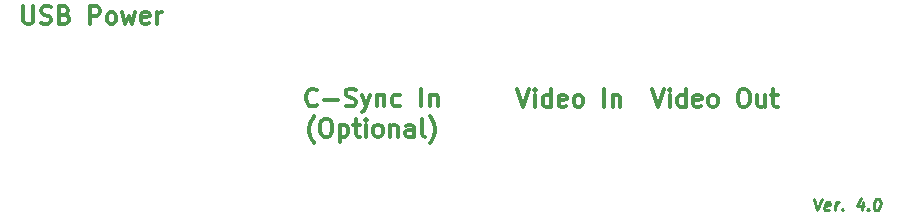
<source format=gbr>
G04 #@! TF.FileFunction,Legend,Top*
%FSLAX46Y46*%
G04 Gerber Fmt 4.6, Leading zero omitted, Abs format (unit mm)*
G04 Created by KiCad (PCBNEW 4.0.6) date Sunday, 17 September 2017 'PMt' 18:01:16*
%MOMM*%
%LPD*%
G01*
G04 APERTURE LIST*
%ADD10C,0.100000*%
%ADD11C,0.300000*%
%ADD12C,0.250000*%
G04 APERTURE END LIST*
D10*
D11*
X162178571Y-88178571D02*
X162678571Y-89678571D01*
X163178571Y-88178571D01*
X163678571Y-89678571D02*
X163678571Y-88678571D01*
X163678571Y-88178571D02*
X163607142Y-88250000D01*
X163678571Y-88321429D01*
X163749999Y-88250000D01*
X163678571Y-88178571D01*
X163678571Y-88321429D01*
X165035714Y-89678571D02*
X165035714Y-88178571D01*
X165035714Y-89607143D02*
X164892857Y-89678571D01*
X164607143Y-89678571D01*
X164464285Y-89607143D01*
X164392857Y-89535714D01*
X164321428Y-89392857D01*
X164321428Y-88964286D01*
X164392857Y-88821429D01*
X164464285Y-88750000D01*
X164607143Y-88678571D01*
X164892857Y-88678571D01*
X165035714Y-88750000D01*
X166321428Y-89607143D02*
X166178571Y-89678571D01*
X165892857Y-89678571D01*
X165750000Y-89607143D01*
X165678571Y-89464286D01*
X165678571Y-88892857D01*
X165750000Y-88750000D01*
X165892857Y-88678571D01*
X166178571Y-88678571D01*
X166321428Y-88750000D01*
X166392857Y-88892857D01*
X166392857Y-89035714D01*
X165678571Y-89178571D01*
X167250000Y-89678571D02*
X167107142Y-89607143D01*
X167035714Y-89535714D01*
X166964285Y-89392857D01*
X166964285Y-88964286D01*
X167035714Y-88821429D01*
X167107142Y-88750000D01*
X167250000Y-88678571D01*
X167464285Y-88678571D01*
X167607142Y-88750000D01*
X167678571Y-88821429D01*
X167750000Y-88964286D01*
X167750000Y-89392857D01*
X167678571Y-89535714D01*
X167607142Y-89607143D01*
X167464285Y-89678571D01*
X167250000Y-89678571D01*
X169821428Y-88178571D02*
X170107142Y-88178571D01*
X170250000Y-88250000D01*
X170392857Y-88392857D01*
X170464285Y-88678571D01*
X170464285Y-89178571D01*
X170392857Y-89464286D01*
X170250000Y-89607143D01*
X170107142Y-89678571D01*
X169821428Y-89678571D01*
X169678571Y-89607143D01*
X169535714Y-89464286D01*
X169464285Y-89178571D01*
X169464285Y-88678571D01*
X169535714Y-88392857D01*
X169678571Y-88250000D01*
X169821428Y-88178571D01*
X171750000Y-88678571D02*
X171750000Y-89678571D01*
X171107143Y-88678571D02*
X171107143Y-89464286D01*
X171178571Y-89607143D01*
X171321429Y-89678571D01*
X171535714Y-89678571D01*
X171678571Y-89607143D01*
X171750000Y-89535714D01*
X172250000Y-88678571D02*
X172821429Y-88678571D01*
X172464286Y-88178571D02*
X172464286Y-89464286D01*
X172535714Y-89607143D01*
X172678572Y-89678571D01*
X172821429Y-89678571D01*
X150785714Y-88178571D02*
X151285714Y-89678571D01*
X151785714Y-88178571D01*
X152285714Y-89678571D02*
X152285714Y-88678571D01*
X152285714Y-88178571D02*
X152214285Y-88250000D01*
X152285714Y-88321429D01*
X152357142Y-88250000D01*
X152285714Y-88178571D01*
X152285714Y-88321429D01*
X153642857Y-89678571D02*
X153642857Y-88178571D01*
X153642857Y-89607143D02*
X153500000Y-89678571D01*
X153214286Y-89678571D01*
X153071428Y-89607143D01*
X153000000Y-89535714D01*
X152928571Y-89392857D01*
X152928571Y-88964286D01*
X153000000Y-88821429D01*
X153071428Y-88750000D01*
X153214286Y-88678571D01*
X153500000Y-88678571D01*
X153642857Y-88750000D01*
X154928571Y-89607143D02*
X154785714Y-89678571D01*
X154500000Y-89678571D01*
X154357143Y-89607143D01*
X154285714Y-89464286D01*
X154285714Y-88892857D01*
X154357143Y-88750000D01*
X154500000Y-88678571D01*
X154785714Y-88678571D01*
X154928571Y-88750000D01*
X155000000Y-88892857D01*
X155000000Y-89035714D01*
X154285714Y-89178571D01*
X155857143Y-89678571D02*
X155714285Y-89607143D01*
X155642857Y-89535714D01*
X155571428Y-89392857D01*
X155571428Y-88964286D01*
X155642857Y-88821429D01*
X155714285Y-88750000D01*
X155857143Y-88678571D01*
X156071428Y-88678571D01*
X156214285Y-88750000D01*
X156285714Y-88821429D01*
X156357143Y-88964286D01*
X156357143Y-89392857D01*
X156285714Y-89535714D01*
X156214285Y-89607143D01*
X156071428Y-89678571D01*
X155857143Y-89678571D01*
X158142857Y-89678571D02*
X158142857Y-88178571D01*
X158857143Y-88678571D02*
X158857143Y-89678571D01*
X158857143Y-88821429D02*
X158928571Y-88750000D01*
X159071429Y-88678571D01*
X159285714Y-88678571D01*
X159428571Y-88750000D01*
X159500000Y-88892857D01*
X159500000Y-89678571D01*
X133821429Y-89510714D02*
X133750000Y-89582143D01*
X133535714Y-89653571D01*
X133392857Y-89653571D01*
X133178572Y-89582143D01*
X133035714Y-89439286D01*
X132964286Y-89296429D01*
X132892857Y-89010714D01*
X132892857Y-88796429D01*
X132964286Y-88510714D01*
X133035714Y-88367857D01*
X133178572Y-88225000D01*
X133392857Y-88153571D01*
X133535714Y-88153571D01*
X133750000Y-88225000D01*
X133821429Y-88296429D01*
X134464286Y-89082143D02*
X135607143Y-89082143D01*
X136250000Y-89582143D02*
X136464286Y-89653571D01*
X136821429Y-89653571D01*
X136964286Y-89582143D01*
X137035715Y-89510714D01*
X137107143Y-89367857D01*
X137107143Y-89225000D01*
X137035715Y-89082143D01*
X136964286Y-89010714D01*
X136821429Y-88939286D01*
X136535715Y-88867857D01*
X136392857Y-88796429D01*
X136321429Y-88725000D01*
X136250000Y-88582143D01*
X136250000Y-88439286D01*
X136321429Y-88296429D01*
X136392857Y-88225000D01*
X136535715Y-88153571D01*
X136892857Y-88153571D01*
X137107143Y-88225000D01*
X137607143Y-88653571D02*
X137964286Y-89653571D01*
X138321428Y-88653571D02*
X137964286Y-89653571D01*
X137821428Y-90010714D01*
X137750000Y-90082143D01*
X137607143Y-90153571D01*
X138892857Y-88653571D02*
X138892857Y-89653571D01*
X138892857Y-88796429D02*
X138964285Y-88725000D01*
X139107143Y-88653571D01*
X139321428Y-88653571D01*
X139464285Y-88725000D01*
X139535714Y-88867857D01*
X139535714Y-89653571D01*
X140892857Y-89582143D02*
X140750000Y-89653571D01*
X140464286Y-89653571D01*
X140321428Y-89582143D01*
X140250000Y-89510714D01*
X140178571Y-89367857D01*
X140178571Y-88939286D01*
X140250000Y-88796429D01*
X140321428Y-88725000D01*
X140464286Y-88653571D01*
X140750000Y-88653571D01*
X140892857Y-88725000D01*
X142678571Y-89653571D02*
X142678571Y-88153571D01*
X143392857Y-88653571D02*
X143392857Y-89653571D01*
X143392857Y-88796429D02*
X143464285Y-88725000D01*
X143607143Y-88653571D01*
X143821428Y-88653571D01*
X143964285Y-88725000D01*
X144035714Y-88867857D01*
X144035714Y-89653571D01*
X133607142Y-92775000D02*
X133535714Y-92703571D01*
X133392857Y-92489286D01*
X133321428Y-92346429D01*
X133249999Y-92132143D01*
X133178571Y-91775000D01*
X133178571Y-91489286D01*
X133249999Y-91132143D01*
X133321428Y-90917857D01*
X133392857Y-90775000D01*
X133535714Y-90560714D01*
X133607142Y-90489286D01*
X134464285Y-90703571D02*
X134749999Y-90703571D01*
X134892857Y-90775000D01*
X135035714Y-90917857D01*
X135107142Y-91203571D01*
X135107142Y-91703571D01*
X135035714Y-91989286D01*
X134892857Y-92132143D01*
X134749999Y-92203571D01*
X134464285Y-92203571D01*
X134321428Y-92132143D01*
X134178571Y-91989286D01*
X134107142Y-91703571D01*
X134107142Y-91203571D01*
X134178571Y-90917857D01*
X134321428Y-90775000D01*
X134464285Y-90703571D01*
X135750000Y-91203571D02*
X135750000Y-92703571D01*
X135750000Y-91275000D02*
X135892857Y-91203571D01*
X136178571Y-91203571D01*
X136321428Y-91275000D01*
X136392857Y-91346429D01*
X136464286Y-91489286D01*
X136464286Y-91917857D01*
X136392857Y-92060714D01*
X136321428Y-92132143D01*
X136178571Y-92203571D01*
X135892857Y-92203571D01*
X135750000Y-92132143D01*
X136892857Y-91203571D02*
X137464286Y-91203571D01*
X137107143Y-90703571D02*
X137107143Y-91989286D01*
X137178571Y-92132143D01*
X137321429Y-92203571D01*
X137464286Y-92203571D01*
X137964286Y-92203571D02*
X137964286Y-91203571D01*
X137964286Y-90703571D02*
X137892857Y-90775000D01*
X137964286Y-90846429D01*
X138035714Y-90775000D01*
X137964286Y-90703571D01*
X137964286Y-90846429D01*
X138892858Y-92203571D02*
X138750000Y-92132143D01*
X138678572Y-92060714D01*
X138607143Y-91917857D01*
X138607143Y-91489286D01*
X138678572Y-91346429D01*
X138750000Y-91275000D01*
X138892858Y-91203571D01*
X139107143Y-91203571D01*
X139250000Y-91275000D01*
X139321429Y-91346429D01*
X139392858Y-91489286D01*
X139392858Y-91917857D01*
X139321429Y-92060714D01*
X139250000Y-92132143D01*
X139107143Y-92203571D01*
X138892858Y-92203571D01*
X140035715Y-91203571D02*
X140035715Y-92203571D01*
X140035715Y-91346429D02*
X140107143Y-91275000D01*
X140250001Y-91203571D01*
X140464286Y-91203571D01*
X140607143Y-91275000D01*
X140678572Y-91417857D01*
X140678572Y-92203571D01*
X142035715Y-92203571D02*
X142035715Y-91417857D01*
X141964286Y-91275000D01*
X141821429Y-91203571D01*
X141535715Y-91203571D01*
X141392858Y-91275000D01*
X142035715Y-92132143D02*
X141892858Y-92203571D01*
X141535715Y-92203571D01*
X141392858Y-92132143D01*
X141321429Y-91989286D01*
X141321429Y-91846429D01*
X141392858Y-91703571D01*
X141535715Y-91632143D01*
X141892858Y-91632143D01*
X142035715Y-91560714D01*
X142964287Y-92203571D02*
X142821429Y-92132143D01*
X142750001Y-91989286D01*
X142750001Y-90703571D01*
X143392858Y-92775000D02*
X143464286Y-92703571D01*
X143607143Y-92489286D01*
X143678572Y-92346429D01*
X143750001Y-92132143D01*
X143821429Y-91775000D01*
X143821429Y-91489286D01*
X143750001Y-91132143D01*
X143678572Y-90917857D01*
X143607143Y-90775000D01*
X143464286Y-90560714D01*
X143392858Y-90489286D01*
X108964286Y-81178571D02*
X108964286Y-82392857D01*
X109035714Y-82535714D01*
X109107143Y-82607143D01*
X109250000Y-82678571D01*
X109535714Y-82678571D01*
X109678572Y-82607143D01*
X109750000Y-82535714D01*
X109821429Y-82392857D01*
X109821429Y-81178571D01*
X110464286Y-82607143D02*
X110678572Y-82678571D01*
X111035715Y-82678571D01*
X111178572Y-82607143D01*
X111250001Y-82535714D01*
X111321429Y-82392857D01*
X111321429Y-82250000D01*
X111250001Y-82107143D01*
X111178572Y-82035714D01*
X111035715Y-81964286D01*
X110750001Y-81892857D01*
X110607143Y-81821429D01*
X110535715Y-81750000D01*
X110464286Y-81607143D01*
X110464286Y-81464286D01*
X110535715Y-81321429D01*
X110607143Y-81250000D01*
X110750001Y-81178571D01*
X111107143Y-81178571D01*
X111321429Y-81250000D01*
X112464286Y-81892857D02*
X112678572Y-81964286D01*
X112750000Y-82035714D01*
X112821429Y-82178571D01*
X112821429Y-82392857D01*
X112750000Y-82535714D01*
X112678572Y-82607143D01*
X112535714Y-82678571D01*
X111964286Y-82678571D01*
X111964286Y-81178571D01*
X112464286Y-81178571D01*
X112607143Y-81250000D01*
X112678572Y-81321429D01*
X112750000Y-81464286D01*
X112750000Y-81607143D01*
X112678572Y-81750000D01*
X112607143Y-81821429D01*
X112464286Y-81892857D01*
X111964286Y-81892857D01*
X114607143Y-82678571D02*
X114607143Y-81178571D01*
X115178571Y-81178571D01*
X115321429Y-81250000D01*
X115392857Y-81321429D01*
X115464286Y-81464286D01*
X115464286Y-81678571D01*
X115392857Y-81821429D01*
X115321429Y-81892857D01*
X115178571Y-81964286D01*
X114607143Y-81964286D01*
X116321429Y-82678571D02*
X116178571Y-82607143D01*
X116107143Y-82535714D01*
X116035714Y-82392857D01*
X116035714Y-81964286D01*
X116107143Y-81821429D01*
X116178571Y-81750000D01*
X116321429Y-81678571D01*
X116535714Y-81678571D01*
X116678571Y-81750000D01*
X116750000Y-81821429D01*
X116821429Y-81964286D01*
X116821429Y-82392857D01*
X116750000Y-82535714D01*
X116678571Y-82607143D01*
X116535714Y-82678571D01*
X116321429Y-82678571D01*
X117321429Y-81678571D02*
X117607143Y-82678571D01*
X117892857Y-81964286D01*
X118178572Y-82678571D01*
X118464286Y-81678571D01*
X119607143Y-82607143D02*
X119464286Y-82678571D01*
X119178572Y-82678571D01*
X119035715Y-82607143D01*
X118964286Y-82464286D01*
X118964286Y-81892857D01*
X119035715Y-81750000D01*
X119178572Y-81678571D01*
X119464286Y-81678571D01*
X119607143Y-81750000D01*
X119678572Y-81892857D01*
X119678572Y-82035714D01*
X118964286Y-82178571D01*
X120321429Y-82678571D02*
X120321429Y-81678571D01*
X120321429Y-81964286D02*
X120392857Y-81821429D01*
X120464286Y-81750000D01*
X120607143Y-81678571D01*
X120750000Y-81678571D01*
D12*
X175937500Y-97452381D02*
X176145833Y-98452381D01*
X176604167Y-97452381D01*
X177199406Y-98404762D02*
X177098215Y-98452381D01*
X176907738Y-98452381D01*
X176818453Y-98404762D01*
X176782739Y-98309524D01*
X176830358Y-97928571D01*
X176889881Y-97833333D01*
X176991072Y-97785714D01*
X177181549Y-97785714D01*
X177270834Y-97833333D01*
X177306549Y-97928571D01*
X177294644Y-98023810D01*
X176806548Y-98119048D01*
X177669643Y-98452381D02*
X177752977Y-97785714D01*
X177729167Y-97976190D02*
X177788691Y-97880952D01*
X177842262Y-97833333D01*
X177943453Y-97785714D01*
X178038692Y-97785714D01*
X178300596Y-98357143D02*
X178342263Y-98404762D01*
X178288691Y-98452381D01*
X178247025Y-98404762D01*
X178300596Y-98357143D01*
X178288691Y-98452381D01*
X180038692Y-97785714D02*
X179955358Y-98452381D01*
X179848215Y-97404762D02*
X179520834Y-98119048D01*
X180139882Y-98119048D01*
X180491072Y-98357143D02*
X180532739Y-98404762D01*
X180479167Y-98452381D01*
X180437501Y-98404762D01*
X180491072Y-98357143D01*
X180479167Y-98452381D01*
X181270833Y-97452381D02*
X181366072Y-97452381D01*
X181455358Y-97500000D01*
X181497025Y-97547619D01*
X181532739Y-97642857D01*
X181556548Y-97833333D01*
X181526786Y-98071429D01*
X181455358Y-98261905D01*
X181395834Y-98357143D01*
X181342263Y-98404762D01*
X181241072Y-98452381D01*
X181145833Y-98452381D01*
X181056548Y-98404762D01*
X181014881Y-98357143D01*
X180979167Y-98261905D01*
X180955357Y-98071429D01*
X180985119Y-97833333D01*
X181056548Y-97642857D01*
X181116072Y-97547619D01*
X181169643Y-97500000D01*
X181270833Y-97452381D01*
M02*

</source>
